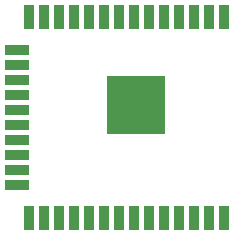
<source format=gbr>
%TF.GenerationSoftware,KiCad,Pcbnew,(6.0.1-0)*%
%TF.CreationDate,2022-03-10T10:55:53-08:00*%
%TF.ProjectId,MicroGreens PCB,4d696372-6f47-4726-9565-6e7320504342,rev?*%
%TF.SameCoordinates,Original*%
%TF.FileFunction,Paste,Top*%
%TF.FilePolarity,Positive*%
%FSLAX46Y46*%
G04 Gerber Fmt 4.6, Leading zero omitted, Abs format (unit mm)*
G04 Created by KiCad (PCBNEW (6.0.1-0)) date 2022-03-10 10:55:53*
%MOMM*%
%LPD*%
G01*
G04 APERTURE LIST*
%ADD10R,0.900000X2.000000*%
%ADD11R,2.000000X0.900000*%
%ADD12R,5.000000X5.000000*%
G04 APERTURE END LIST*
D10*
%TO.C,U1*%
X231605000Y-77860000D03*
X230335000Y-77860000D03*
X229065000Y-77860000D03*
X227795000Y-77860000D03*
X226525000Y-77860000D03*
X225255000Y-77860000D03*
X223985000Y-77860000D03*
X222715000Y-77860000D03*
X221445000Y-77860000D03*
X220175000Y-77860000D03*
X218905000Y-77860000D03*
X217635000Y-77860000D03*
X216365000Y-77860000D03*
X215095000Y-77860000D03*
D11*
X214095000Y-80645000D03*
X214095000Y-81915000D03*
X214095000Y-83185000D03*
X214095000Y-84455000D03*
X214095000Y-85725000D03*
X214095000Y-86995000D03*
X214095000Y-88265000D03*
X214095000Y-89535000D03*
X214095000Y-90805000D03*
X214095000Y-92075000D03*
D10*
X215095000Y-94860000D03*
X216365000Y-94860000D03*
X217635000Y-94860000D03*
X218905000Y-94860000D03*
X220175000Y-94860000D03*
X221445000Y-94860000D03*
X222715000Y-94860000D03*
X223985000Y-94860000D03*
X225255000Y-94860000D03*
X226525000Y-94860000D03*
X227795000Y-94860000D03*
X229065000Y-94860000D03*
X230335000Y-94860000D03*
X231605000Y-94860000D03*
D12*
X224105000Y-85360000D03*
%TD*%
M02*

</source>
